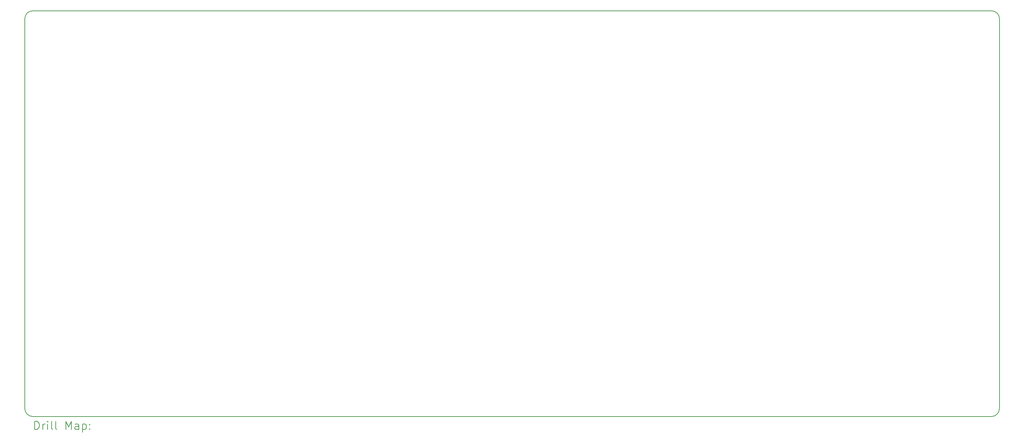
<source format=gbr>
%FSLAX45Y45*%
G04 Gerber Fmt 4.5, Leading zero omitted, Abs format (unit mm)*
G04 Created by KiCad (PCBNEW (6.0.1)) date 2022-12-02 16:53:09*
%MOMM*%
%LPD*%
G01*
G04 APERTURE LIST*
%TA.AperFunction,Profile*%
%ADD10C,0.200000*%
%TD*%
%ADD11C,0.200000*%
G04 APERTURE END LIST*
D10*
X27225625Y-12817500D02*
X27225625Y-3097500D01*
X27025625Y-13017500D02*
G75*
G03*
X27225625Y-12817500I0J200000D01*
G01*
X3136875Y-13017500D02*
X27025625Y-13017500D01*
X2936875Y-12817500D02*
G75*
G03*
X3136875Y-13017500I200000J0D01*
G01*
X2936875Y-3097500D02*
X2936875Y-12817500D01*
X3136875Y-2897500D02*
G75*
G03*
X2936875Y-3097500I0J-200000D01*
G01*
X27025625Y-2897500D02*
X3136875Y-2897500D01*
X27225625Y-3097500D02*
G75*
G03*
X27025625Y-2897500I-200000J0D01*
G01*
D11*
X3184494Y-13337976D02*
X3184494Y-13137976D01*
X3232113Y-13137976D01*
X3260684Y-13147500D01*
X3279732Y-13166548D01*
X3289256Y-13185595D01*
X3298780Y-13223690D01*
X3298780Y-13252262D01*
X3289256Y-13290357D01*
X3279732Y-13309405D01*
X3260684Y-13328452D01*
X3232113Y-13337976D01*
X3184494Y-13337976D01*
X3384494Y-13337976D02*
X3384494Y-13204643D01*
X3384494Y-13242738D02*
X3394018Y-13223690D01*
X3403542Y-13214167D01*
X3422589Y-13204643D01*
X3441637Y-13204643D01*
X3508303Y-13337976D02*
X3508303Y-13204643D01*
X3508303Y-13137976D02*
X3498780Y-13147500D01*
X3508303Y-13157024D01*
X3517827Y-13147500D01*
X3508303Y-13137976D01*
X3508303Y-13157024D01*
X3632113Y-13337976D02*
X3613065Y-13328452D01*
X3603542Y-13309405D01*
X3603542Y-13137976D01*
X3736875Y-13337976D02*
X3717827Y-13328452D01*
X3708303Y-13309405D01*
X3708303Y-13137976D01*
X3965446Y-13337976D02*
X3965446Y-13137976D01*
X4032113Y-13280833D01*
X4098780Y-13137976D01*
X4098780Y-13337976D01*
X4279732Y-13337976D02*
X4279732Y-13233214D01*
X4270208Y-13214167D01*
X4251161Y-13204643D01*
X4213065Y-13204643D01*
X4194018Y-13214167D01*
X4279732Y-13328452D02*
X4260685Y-13337976D01*
X4213065Y-13337976D01*
X4194018Y-13328452D01*
X4184494Y-13309405D01*
X4184494Y-13290357D01*
X4194018Y-13271309D01*
X4213065Y-13261786D01*
X4260685Y-13261786D01*
X4279732Y-13252262D01*
X4374970Y-13204643D02*
X4374970Y-13404643D01*
X4374970Y-13214167D02*
X4394018Y-13204643D01*
X4432113Y-13204643D01*
X4451161Y-13214167D01*
X4460685Y-13223690D01*
X4470208Y-13242738D01*
X4470208Y-13299881D01*
X4460685Y-13318928D01*
X4451161Y-13328452D01*
X4432113Y-13337976D01*
X4394018Y-13337976D01*
X4374970Y-13328452D01*
X4555923Y-13318928D02*
X4565446Y-13328452D01*
X4555923Y-13337976D01*
X4546399Y-13328452D01*
X4555923Y-13318928D01*
X4555923Y-13337976D01*
X4555923Y-13214167D02*
X4565446Y-13223690D01*
X4555923Y-13233214D01*
X4546399Y-13223690D01*
X4555923Y-13214167D01*
X4555923Y-13233214D01*
M02*

</source>
